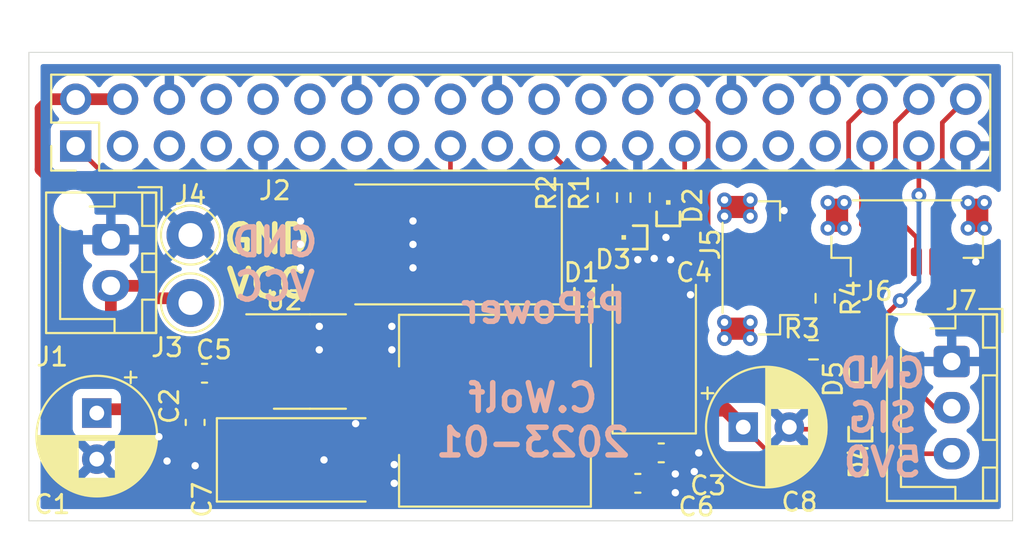
<source format=kicad_pcb>
(kicad_pcb (version 20211014) (generator pcbnew)
  (layers (0 "F.Cu" signal) (31 "B.Cu" signal) (34 "B.Paste" user) (35 "F.Paste" user) (36 "B.SilkS" user "B.Silkscreen") (37 "F.SilkS" user "F.Silkscreen") (38 "B.Mask" user) (39 "F.Mask" user) (44 "Edge.Cuts" user))
  (net 0 "")
  (net 1 "GND")
  (net 2 "VCC")
  (net 3 "+5V")
  (net 4 "Net-(C5-Pad2)")
  (net 5 "Net-(D1-Pad1)")
  (net 10 "Net-(J2-Pad28)")
  (net 11 "Net-(J2-Pad27)")
  (net 14 "Net-(J2-Pad23)")
  (net 16 "Net-(J2-Pad21)")
  (net 19 "+3V3")
  (net 31 "Net-(D4-Pad2)")
  (net 32 "Net-(J2-Pad40)")
  (net 33 "Net-(J2-Pad38)")
  (net 34 "Net-(J2-Pad37)")
  (net 35 "Net-(J2-Pad36)")
  (net 36 "Net-(J2-Pad35)")
  (net 37 "Net-(D2-Pad2)")
  (net 38 "Net-(D3-Pad2)")
  (net 39 "Net-(D5-Pad2)")
  (footprint "Capacitor_THT:CP_Radial_D6.3mm_P2.50mm" (layer "F.Cu") (at 3.683 -5.842 -90)
    (fp_text reference "C1" (at 4.953 2.413 180) (layer "F.SilkS"))
    (fp_text value "47uF")
    (pad "1" thru_hole rect locked (at 0 0 270) (size 1.6 1.6) (drill 0.8) (layers *.Cu *.Mask) (net 2 "VCC"))
    (pad "2" thru_hole circle locked (at 2.5 0 270) (size 1.6 1.6) (drill 0.8) (layers *.Cu *.Mask) (net 1 "GND"))
  )
  (footprint "Capacitor_SMD:C_0603_1608Metric" (layer "F.Cu") (at 34.29 -3.683)
    (fp_text reference "C3" (at 2.54 1.778) (layer "F.SilkS"))
    (fp_text value "1 uF")
    (pad "1" smd roundrect locked (at -0.775 0) (size 0.9 0.95) (layers "F.Cu" "F.Paste" "F.Mask") (net 3 "+5V"))
    (pad "2" smd roundrect locked (at 0.775 0) (size 0.9 0.95) (layers "F.Cu" "F.Paste" "F.Mask") (net 1 "GND"))
  )
  (footprint "Capacitor_SMD:C_0603_1608Metric" (layer "F.Cu") (at 9.525 -8.001)
    (fp_text reference "C5" (at 0.508 -1.27) (layer "F.SilkS"))
    (fp_text value "1 uF")
    (pad "1" smd roundrect locked (at -0.775 0) (size 0.9 0.95) (layers "F.Cu" "F.Paste" "F.Mask") (net 2 "VCC"))
    (pad "2" smd roundrect locked (at 0.775 0) (size 0.9 0.95) (layers "F.Cu" "F.Paste" "F.Mask") (net 4 "Net-(C5-Pad2)"))
  )
  (footprint "Capacitor_SMD:C_0603_1608Metric" (layer "F.Cu") (at 33.02 -2.032)
    (fp_text reference "C6" (at 3.175 1.27) (layer "F.SilkS"))
    (fp_text value "1 uF")
    (pad "1" smd roundrect locked (at -0.775 0) (size 0.9 0.95) (layers "F.Cu" "F.Paste" "F.Mask") (net 3 "+5V"))
    (pad "2" smd roundrect locked (at 0.775 0) (size 0.9 0.95) (layers "F.Cu" "F.Paste" "F.Mask") (net 1 "GND"))
  )
  (footprint "Connector_JST:JST_XH_B2B-XH-AM_1x02_P2.50mm_Vertical" (layer "F.Cu") (at 4.445 -15.24 -90)
    (fp_text reference "J1" (at 6.35 3.175 180) (layer "F.SilkS"))
    (fp_text value "Conn_01x02")
    (pad "" np_thru_hole circle locked (at -1.6 2 270) (size 1.2 1.2) (drill 1.2) (layers *.Cu *.Mask))
    (pad "1" thru_hole roundrect locked (at 0 0 270) (size 1.7 2) (drill 1) (layers *.Cu *.Mask) (roundrect_rratio 0.1470588235) (net 1 "GND"))
    (pad "2" thru_hole oval locked (at 2.5 0 270) (size 1.7 2) (drill 1) (layers *.Cu *.Mask) (net 2 "VCC"))
  )
  (footprint "Connector_PinHeader_2.54mm:PinHeader_2x20_P2.54mm_Vertical" (layer "F.Cu") (at 2.54 -20.32 90)
    (fp_text reference "J2" (at -2.413 10.795 180) (layer "F.SilkS"))
    (fp_text value "Raspberry_Pi_2_3")
    (pad "1" thru_hole rect locked (at 0 0 90) (size 1.7 1.7) (drill 1) (layers *.Cu *.Mask) (net 19 "+3V3"))
    (pad "2" thru_hole oval locked (at 2.54 0 90) (size 1.7 1.7) (drill 1) (layers *.Cu *.Mask) (net 3 "+5V"))
    (pad "3" thru_hole oval locked (at 0 2.54 90) (size 1.7 1.7) (drill 1) (layers *.Cu *.Mask))
    (pad "4" thru_hole oval locked (at 2.54 2.54 90) (size 1.7 1.7) (drill 1) (layers *.Cu *.Mask) (net 3 "+5V"))
    (pad "5" thru_hole oval locked (at 0 5.08 90) (size 1.7 1.7) (drill 1) (layers *.Cu *.Mask))
    (pad "6" thru_hole oval locked (at 2.54 5.08 90) (size 1.7 1.7) (drill 1) (layers *.Cu *.Mask) (net 1 "GND"))
    (pad "7" thru_hole oval locked (at 0 7.62 90) (size 1.7 1.7) (drill 1) (layers *.Cu *.Mask))
    (pad "8" thru_hole oval locked (at 2.54 7.62 90) (size 1.7 1.7) (drill 1) (layers *.Cu *.Mask))
    (pad "9" thru_hole oval locked (at 0 10.16 90) (size 1.7 1.7) (drill 1) (layers *.Cu *.Mask) (net 1 "GND"))
    (pad "10" thru_hole oval locked (at 2.54 10.16 90) (size 1.7 1.7) (drill 1) (layers *.Cu *.Mask))
    (pad "11" thru_hole oval locked (at 0 12.7 90) (size 1.7 1.7) (drill 1) (layers *.Cu *.Mask))
    (pad "12" thru_hole oval locked (at 2.54 12.7 90) (size 1.7 1.7) (drill 1) (layers *.Cu *.Mask))
    (pad "13" thru_hole oval locked (at 0 15.24 90) (size 1.7 1.7) (drill 1) (layers *.Cu *.Mask))
    (pad "14" thru_hole oval locked (at 2.54 15.24 90) (size 1.7 1.7) (drill 1) (layers *.Cu *.Mask) (net 1 "GND"))
    (pad "15" thru_hole oval locked (at 0 17.78 90) (size 1.7 1.7) (drill 1) (layers *.Cu *.Mask))
    (pad "16" thru_hole oval locked (at 2.54 17.78 90) (size 1.7 1.7) (drill 1) (layers *.Cu *.Mask))
    (pad "17" thru_hole oval locked (at 0 20.32 90) (size 1.7 1.7) (drill 1) (layers *.Cu *.Mask) (net 19 "+3V3"))
    (pad "18" thru_hole oval locked (at 2.54 20.32 90) (size 1.7 1.7) (drill 1) (layers *.Cu *.Mask))
    (pad "19" thru_hole oval locked (at 0 22.86 90) (size 1.7 1.7) (drill 1) (layers *.Cu *.Mask))
    (pad "20" thru_hole oval locked (at 2.54 22.86 90) (size 1.7 1.7) (drill 1) (layers *.Cu *.Mask) (net 1 "GND"))
    (pad "21" thru_hole oval locked (at 0 25.4 90) (size 1.7 1.7) (drill 1) (layers *.Cu *.Mask) (net 16 "Net-(J2-Pad21)"))
    (pad "22" thru_hole oval locked (at 2.54 25.4 90) (size 1.7 1.7) (drill 1) (layers *.Cu *.Mask))
    (pad "23" thru_hole oval locked (at 0 27.94 90) (size 1.7 1.7) (drill 1) (layers *.Cu *.Mask) (net 14 "Net-(J2-Pad23)"))
    (pad "24" thru_hole oval locked (at 2.54 27.94 90) (size 1.7 1.7) (drill 1) (layers *.Cu *.Mask))
    (pad "25" thru_hole oval locked (at 0 30.48 90) (size 1.7 1.7) (drill 1) (layers *.Cu *.Mask) (net 1 "GND"))
    (pad "26" thru_hole oval locked (at 2.54 30.48 90) (size 1.7 1.7) (drill 1) (layers *.Cu *.Mask))
    (pad "27" thru_hole oval locked (at 0 33.02 90) (size 1.7 1.7) (drill 1) (layers *.Cu *.Mask) (net 11 "Net-(J2-Pad27)"))
    (pad "28" thru_hole oval locked (at 2.54 33.02 90) (size 1.7 1.7) (drill 1) (layers *.Cu *.Mask) (net 10 "Net-(J2-Pad28)"))
    (pad "29" thru_hole oval locked (at 0 35.56 90) (size 1.7 1.7) (drill 1) (layers *.Cu *.Mask))
    (pad "30" thru_hole oval locked (at 2.54 35.56 90) (size 1.7 1.7) (drill 1) (layers *.Cu *.Mask) (net 1 "GND"))
    (pad "31" thru_hole oval locked (at 0 38.1 90) (size 1.7 1.7) (drill 1) (layers *.Cu *.Mask))
    (pad "32" thru_hole oval locked (at 2.54 38.1 90) (size 1.7 1.7) (drill 1) (layers *.Cu *.Mask))
    (pad "33" thru_hole oval locked (at 0 40.64 90) (size 1.7 1.7) (drill 1) (layers *.Cu *.Mask))
    (pad "34" thru_hole oval locked (at 2.54 40.64 90) (size 1.7 1.7) (drill 1) (layers *.Cu *.Mask) (net 1 "GND"))
    (pad "35" thru_hole oval locked (at 0 43.18 90) (size 1.7 1.7) (drill 1) (layers *.Cu *.Mask) (net 36 "Net-(J2-Pad35)"))
    (pad "36" thru_hole oval locked (at 2.54 43.18 90) (size 1.7 1.7) (drill 1) (layers *.Cu *.Mask) (net 35 "Net-(J2-Pad36)"))
    (pad "37" thru_hole oval locked (at 0 45.72 90) (size 1.7 1.7) (drill 1) (layers *.Cu *.Mask) (net 34 "Net-(J2-Pad37)"))
    (pad "38" thru_hole oval locked (at 2.54 45.72 90) (size 1.7 1.7) (drill 1) (layers *.Cu *.Mask) (net 33 "Net-(J2-Pad38)"))
    (pad "39" thru_hole oval locked (at 0 48.26 90) (size 1.7 1.7) (drill 1) (layers *.Cu *.Mask) (net 1 "GND"))
    (pad "40" thru_hole oval locked (at 2.54 48.26 90) (size 1.7 1.7) (drill 1) (layers *.Cu *.Mask) (net 32 "Net-(J2-Pad40)"))
  )
  (footprint "Package_SO:SOIC-8_3.9x4.9mm_P1.27mm" (layer "F.Cu") (at 15.24 -8.636)
    (fp_text reference "U2" (at -1.397 -3.302) (layer "F.SilkS"))
    (fp_text value "XL2012")
    (pad "1" smd roundrect locked (at -2.475 -1.905) (size 1.95 0.6) (layers "F.Cu" "F.Paste" "F.Mask") (net 3 "+5V"))
    (pad "2" smd roundrect locked (at -2.475 -0.635) (size 1.95 0.6) (layers "F.Cu" "F.Paste" "F.Mask"))
    (pad "3" smd roundrect locked (at -2.475 0.635) (size 1.95 0.6) (layers "F.Cu" "F.Paste" "F.Mask") (net 4 "Net-(C5-Pad2)"))
    (pad "4" smd roundrect locked (at -2.475 1.905) (size 1.95 0.6) (layers "F.Cu" "F.Paste" "F.Mask") (net 2 "VCC"))
    (pad "5" smd roundrect locked (at 2.475 1.905) (size 1.95 0.6) (layers "F.Cu" "F.Paste" "F.Mask") (net 5 "Net-(D1-Pad1)"))
    (pad "6" smd roundrect locked (at 2.475 0.635) (size 1.95 0.6) (layers "F.Cu" "F.Paste" "F.Mask") (net 5 "Net-(D1-Pad1)"))
    (pad "7" smd roundrect locked (at 2.475 -0.635) (size 1.95 0.6) (layers "F.Cu" "F.Paste" "F.Mask") (net 1 "GND"))
    (pad "8" smd roundrect locked (at 2.475 -1.905) (size 1.95 0.6) (layers "F.Cu" "F.Paste" "F.Mask") (net 1 "GND"))
  )
  (footprint "Capacitor_SMD:C_0603_1608Metric" (layer "F.Cu") (at 9.017 -5.334 -90)
    (fp_text reference "C2" (at -0.889 1.397 90) (layer "F.SilkS"))
    (fp_text value "1 uF")
    (pad "1" smd roundrect locked (at -0.775 0 270) (size 0.9 0.95) (layers "F.Cu" "F.Paste" "F.Mask") (net 2 "VCC"))
    (pad "2" smd roundrect locked (at 0.775 0 270) (size 0.9 0.95) (layers "F.Cu" "F.Paste" "F.Mask") (net 1 "GND"))
  )
  (footprint "Diode_SMD:D_SMC_Handsoldering" (layer "F.Cu") (at 22.098 -14.986 180)
    (fp_text reference "D1" (at -7.874 -1.524) (layer "F.SilkS"))
    (fp_text value "B540C")
    (pad "1" smd rect locked (at -4.4 0 270) (size 3.3 4.5) (layers "F.Cu" "F.Paste" "F.Mask") (net 5 "Net-(D1-Pad1)"))
    (pad "2" smd rect locked (at 4.4 0 270) (size 3.3 4.5) (layers "F.Cu" "F.Paste" "F.Mask") (net 1 "GND"))
  )
  (footprint "Inductor_SMD:L_Wuerth_HCI-1040" (layer "F.Cu") (at 25.273 -5.969)
    (fp_text reference "L1" (at 4.953 -6.096) (layer "F.SilkS"))
    (fp_text value "47uH/3A")
    (pad "1" smd rect locked (at -4 0) (size 3.5 4) (layers "F.Cu" "F.Paste" "F.Mask") (net 5 "Net-(D1-Pad1)"))
    (pad "2" smd rect locked (at 4 0) (size 3.5 4) (layers "F.Cu" "F.Paste" "F.Mask") (net 3 "+5V"))
  )
  (footprint "Capacitor_Tantalum_SMD:CP_EIA-7343-20_Kemet-V" (layer "F.Cu") (at 33.909 -9.144 90)
    (fp_text reference "C4" (at 4.318 2.159 180) (layer "F.SilkS"))
    (fp_text value "100uF")
    (pad "1" smd roundrect locked (at -3.1125 0 90) (size 2.075 2.55) (layers "F.Cu" "F.Paste" "F.Mask") (roundrect_rratio 0.1204819277) (net 3 "+5V"))
    (pad "2" smd roundrect locked (at 3.1125 0 90) (size 2.075 2.55) (layers "F.Cu" "F.Paste" "F.Mask") (roundrect_rratio 0.1204819277) (net 1 "GND"))
  )
  (footprint "Capacitor_Tantalum_SMD:CP_EIA-7343-20_Kemet-V" (layer "F.Cu") (at 14.605 -3.302)
    (fp_text reference "C7" (at -5.207 2.159 90) (layer "F.SilkS"))
    (fp_text value "47uF")
    (pad "1" smd roundrect locked (at -3.1125 0) (size 2.075 2.55) (layers "F.Cu" "F.Paste" "F.Mask") (roundrect_rratio 0.1204819277) (net 2 "VCC"))
    (pad "2" smd roundrect locked (at 3.1125 0) (size 2.075 2.55) (layers "F.Cu" "F.Paste" "F.Mask") (roundrect_rratio 0.1204819277) (net 1 "GND"))
  )
  (footprint "custom:CHIPLED_0603" (layer "F.Cu") (at 32.131 -15.367 -90)
    (fp_text reference "D3" (at 1.778 1.524 180) (layer "F.SilkS") (effects (justify left bottom)))
    (fp_text value "LED" hide)
    (pad "1" smd rect locked (at 0 -0.75 270) (size 0.8 0.8) (layers "F.Cu" "F.Paste" "F.Mask") (net 1 "GND"))
    (pad "2" smd rect locked (at 0 0.75 270) (size 0.8 0.8) (layers "F.Cu" "F.Paste" "F.Mask") (net 38 "Net-(D3-Pad2)"))
  )
  (footprint "Resistor_SMD:R_0603_1608Metric" (layer "F.Cu") (at 33.147 -17.526 -90)
    (fp_text reference "R1" (at -0.254 3.302 90) (layer "F.SilkS"))
    (fp_text value "R_Small")
    (pad "1" smd roundrect locked (at -0.825 0 270) (size 0.8 0.95) (layers "F.Cu" "F.Paste" "F.Mask") (net 14 "Net-(J2-Pad23)"))
    (pad "2" smd roundrect locked (at 0.825 0 270) (size 0.8 0.95) (layers "F.Cu" "F.Paste" "F.Mask") (net 37 "Net-(D2-Pad2)"))
  )
  (footprint "Resistor_SMD:R_0603_1608Metric" (layer "F.Cu") (at 31.369 -17.526 -90)
    (fp_text reference "R2" (at -0.254 3.302 90) (layer "F.SilkS"))
    (fp_text value "R_Small")
    (pad "1" smd roundrect locked (at -0.825 0 270) (size 0.8 0.95) (layers "F.Cu" "F.Paste" "F.Mask") (net 16 "Net-(J2-Pad21)"))
    (pad "2" smd roundrect locked (at 0.825 0 270) (size 0.8 0.95) (layers "F.Cu" "F.Paste" "F.Mask") (net 38 "Net-(D3-Pad2)"))
  )
  (footprint "custom:CHIPLED_0603" (layer "F.Cu") (at 34.671 -17.387 180)
    (fp_text reference "D2" (at -1.905 0.774 270) (layer "F.SilkS") (effects (justify right bottom)))
    (fp_text value "LED" hide)
    (pad "1" smd rect locked (at 0 -0.75 180) (size 0.8 0.8) (layers "F.Cu" "F.Paste" "F.Mask") (net 1 "GND"))
    (pad "2" smd rect locked (at 0 0.75 180) (size 0.8 0.8) (layers "F.Cu" "F.Paste" "F.Mask") (net 37 "Net-(D2-Pad2)"))
  )
  (footprint "Connector_JST:JST_SH_BM05B-SRSS-TB_1x05-1MP_P1.00mm_Vertical" (layer "F.Cu") (at 39.624 -13.716 90)
    (fp_text reference "J5" (at 1.27 -2.667 90) (layer "F.SilkS"))
    (fp_text value "Conn_01x05")
    (pad "1" smd roundrect (at -2 1.325 90) (size 0.6 1.55) (layers "F.Cu" "F.Paste" "F.Mask") (net 3 "+5V"))
    (pad "2" smd roundrect (at -1 1.325 90) (size 0.6 1.55) (layers "F.Cu" "F.Paste" "F.Mask") (net 19 "+3V3"))
    (pad "3" smd roundrect (at 0 1.325 90) (size 0.6 1.55) (layers "F.Cu" "F.Paste" "F.Mask") (net 11 "Net-(J2-Pad27)"))
    (pad "4" smd roundrect (at 1 1.325 90) (size 0.6 1.55) (layers "F.Cu" "F.Paste" "F.Mask") (net 10 "Net-(J2-Pad28)"))
    (pad "5" smd roundrect (at 2 1.325 90) (size 0.6 1.55) (layers "F.Cu" "F.Paste" "F.Mask") (net 1 "GND"))
    (pad "MP" smd roundrect (at -3.3 -1.2 90) (size 1.2 1.8) (layers "F.Cu" "F.Paste" "F.Mask") (roundrect_rratio 0.2083333333))
    (pad "MP" smd roundrect (at 3.3 -1.2 90) (size 1.2 1.8) (layers "F.Cu" "F.Paste" "F.Mask") (roundrect_rratio 0.2083333333))
  )
  (footprint "Connector_JST:JST_SH_BM06B-SRSS-TB_1x06-1MP_P1.00mm_Vertical" (layer "F.Cu") (at 47.625 -15.367)
    (fp_text reference "J6" (at -1.651 2.921) (layer "F.SilkS"))
    (fp_text value "Conn_01x06")
    (pad "1" smd roundrect locked (at -2.5 1.325) (size 0.6 1.55) (layers "F.Cu" "F.Paste" "F.Mask") (net 3 "+5V"))
    (pad "2" smd roundrect locked (at -1.5 1.325) (size 0.6 1.55) (layers "F.Cu" "F.Paste" "F.Mask") (net 35 "Net-(J2-Pad36)"))
    (pad "3" smd roundrect locked (at -0.5 1.325) (size 0.6 1.55) (layers "F.Cu" "F.Paste" "F.Mask") (net 36 "Net-(J2-Pad35)"))
    (pad "4" smd roundrect locked (at 0.5 1.325) (size 0.6 1.55) (layers "F.Cu" "F.Paste" "F.Mask") (net 33 "Net-(J2-Pad38)"))
    (pad "5" smd roundrect locked (at 1.5 1.325) (size 0.6 1.55) (layers "F.Cu" "F.Paste" "F.Mask") (net 32 "Net-(J2-Pad40)"))
    (pad "6" smd roundrect locked (at 2.5 1.325) (size 0.6 1.55) (layers "F.Cu" "F.Paste" "F.Mask") (net 1 "GND"))
    (pad "MP" smd roundrect locked (at 3.8 -1.2) (size 1.2 1.8) (layers "F.Cu" "F.Paste" "F.Mask") (roundrect_rratio 0.2083333333))
    (pad "MP" smd roundrect locked (at -3.8 -1.2) (size 1.2 1.8) (layers "F.Cu" "F.Paste" "F.Mask") (roundrect_rratio 0.2083333333))
  )
  (footprint "Connector_JST:JST_XH_B3B-XH-AM_1x03_P2.50mm_Vertical" (layer "F.Cu") (at 50.038 -8.636 -90)
    (fp_text reference "J7" (at -3.302 -0.508 180) (layer "F.SilkS"))
    (fp_text value "Conn_01x03")
    (pad "" np_thru_hole circle locked (at -1.6 2 270) (size 1.2 1.2) (drill 1.2) (layers *.Cu *.Mask))
    (pad "1" thru_hole roundrect locked (at 0 0 270) (size 1.7 1.95) (drill 0.95) (layers *.Cu *.Mask) (roundrect_rratio 0.1470588235) (net 1 "GND"))
    (pad "2" thru_hole oval locked (at 2.5 0 270) (size 1.7 1.95) (drill 0.95) (layers *.Cu *.Mask) (net 34 "Net-(J2-Pad37)"))
    (pad "3" thru_hole oval locked (at 5 0 270) (size 1.7 1.95) (drill 0.95) (layers *.Cu *.Mask) (net 3 "+5V"))
  )
  (footprint "Capacitor_THT:CP_Radial_D6.3mm_P2.50mm" (layer "F.Cu") (at 38.735 -5.08)
    (fp_text reference "C8" (at 3.048 4.064) (layer "F.SilkS"))
    (fp_text value "47uF")
    (pad "1" thru_hole rect locked (at 0 0) (size 1.6 1.6) (drill 0.8) (layers *.Cu *.Mask) (net 3 "+5V"))
    (pad "2" thru_hole circle locked (at 2.5 0) (size 1.6 1.6) (drill 0.8) (layers *.Cu *.Mask) (net 1 "GND"))
  )
  (footprint "Connector_Pin:Pin_D1.3mm_L11.0mm" (layer "F.Cu") (at 8.763 -15.494)
    (fp_text reference "J4" (at 0 -2.159) (layer "F.SilkS"))
    (fp_text value "Conn_01x01")
    (pad "1" thru_hole circle locked (at 0 0) (size 2.6 2.6) (drill 1.3) (layers *.Cu *.Mask) (net 1 "GND"))
  )
  (footprint "Connector_Pin:Pin_D1.3mm_L11.0mm" (layer "F.Cu") (at 8.763 -11.811)
    (fp_text reference "J3" (at -1.27 2.413) (layer "F.SilkS"))
    (fp_text value "Conn_01x01")
    (pad "1" thru_hole circle locked (at 0 0) (size 2.6 2.6) (drill 1.3) (layers *.Cu *.Mask) (net 2 "VCC"))
  )
  (footprint "custom:CHIPLED_0603" (layer "F.Cu") (at 45.085 -8.89 180)
    (fp_text reference "D5" (at 0.889 -2.286 90) (layer "F.SilkS") (effects (justify left bottom)))
    (fp_text value "LED" hide)
    (pad "1" smd rect locked (at 0 -0.75 180) (size 0.8 0.8) (layers "F.Cu" "F.Paste" "F.Mask") (net 1 "GND"))
    (pad "2" smd rect locked (at 0 0.75 180) (size 0.8 0.8) (layers "F.Cu" "F.Paste" "F.Mask") (net 39 "Net-(D5-Pad2)"))
  )
  (footprint "custom:CHIPLED_0603" (layer "F.Cu") (at 45.085 -5.715 180)
    (fp_text reference "D4" (at -0.508 -3.556 90) (layer "F.SilkS") (effects (justify left bottom)))
    (fp_text value "LED" hide)
    (pad "1" smd rect locked (at 0 -0.75 180) (size 0.8 0.8) (layers "F.Cu" "F.Paste" "F.Mask") (net 1 "GND"))
    (pad "2" smd rect locked (at 0 0.75 180) (size 0.8 0.8) (layers "F.Cu" "F.Paste" "F.Mask") (net 31 "Net-(D4-Pad2)"))
  )
  (footprint "Resistor_SMD:R_0603_1608Metric" (layer "F.Cu") (at 43.18 -12.065 -90)
    (fp_text reference "R4" (at 0 -1.397 90) (layer "F.SilkS"))
    (fp_text value "R_Small")
    (pad "1" smd roundrect (at -0.825 0 270) (size 0.8 0.95) (layers "F.Cu" "F.Paste" "F.Mask") (net 19 "+3V3"))
    (pad "2" smd roundrect (at 0.825 0 270) (size 0.8 0.95) (layers "F.Cu" "F.Paste" "F.Mask") (net 39 "Net-(D5-Pad2)"))
  )
  (footprint "Resistor_SMD:R_0603_1608Metric" (layer "F.Cu") (at 42.545 -9.271)
    (fp_text reference "R3" (at -0.635 -1.143) (layer "F.SilkS"))
    (fp_text value "R_Small")
    (pad "1" smd roundrect (at -0.825 0) (size 0.8 0.95) (layers "F.Cu" "F.Paste" "F.Mask") (net 3 "+5V"))
    (pad "2" smd roundrect (at 0.825 0) (size 0.8 0.95) (layers "F.Cu" "F.Paste" "F.Mask") (net 31 "Net-(D4-Pad2)"))
  )
  (gr_line (start 53.34 -25.4) (end 0 -25.4) (layer "Edge.Cuts") (width 0.05))
  (gr_line (start 53.34 0) (end 53.34 -25.4) (layer "Edge.Cuts") (width 0.05))
  (gr_line (start 0 -25.4) (end 0 0) (layer "Edge.Cuts") (width 0.05))
  (gr_line (start 0 0) (end 53.34 0) (layer "Edge.Cuts") (width 0.05))
  (gr_text "GND\nVCC" (at 13.335 -13.9065) (layer "B.SilkS") (effects (font (size 1.5 1.5) (thickness 0.3)) (justify mirror)))
  (gr_text "GND\nSIG\n5V0" (at 46.2915 -5.588) (layer "B.SilkS") (effects (font (size 1.5 1.5) (thickness 0.3)) (justify mirror)))
  (gr_text "PiPower \n\nC.Wolf\n2023-01" (at 27.3304 -7.874) (layer "B.SilkS") (effects (font (size 1.5 1.5) (thickness 0.3)) (justify mirror)))
  (gr_text "GND\nVCC" (at 12.9032 -14.0716) (layer "F.SilkS") (effects (font (size 1.5 1.5) (thickness 0.3))))
  (via (at 37.719 -17.399) (size 0.8) (drill 0.4) (layers "F.Cu" "B.Cu") (net 0))
  (via (at 39.116 -10.766) (size 0.8) (drill 0.4) (layers "F.Cu" "B.Cu") (net 0))
  (via (at 39.116 -9.877) (size 0.8) (drill 0.4) (layers "F.Cu" "B.Cu") (net 0))
  (via (at 37.719 -9.877) (size 0.8) (drill 0.4) (layers "F.Cu" "B.Cu") (net 0))
  (via (at 37.719 -10.766) (size 0.8) (drill 0.4) (layers "F.Cu" "B.Cu") (net 0))
  (via (at 51.812 -17.259) (size 0.8) (drill 0.4) (layers "F.Cu" "B.Cu") (net 0))
  (via (at 39.116 -16.51) (size 0.8) (drill 0.4) (layers "F.Cu" "B.Cu") (net 0))
  (via (at 37.719 -16.51) (size 0.8) (drill 0.4) (layers "F.Cu" "B.Cu") (net 0))
  (via (at 44.212 -17.259) (size 0.8) (drill 0.4) (layers "F.Cu" "B.Cu") (net 0))
  (via (at 43.323 -17.259) (size 0.8) (drill 0.4) (layers "F.Cu" "B.Cu") (net 0))
  (via (at 39.116 -17.399) (size 0.8) (drill 0.4) (layers "F.Cu" "B.Cu") (net 0))
  (via (at 44.212 -15.862) (size 0.8) (drill 0.4) (layers "F.Cu" "B.Cu") (net 0))
  (via (at 43.323 -15.862) (size 0.8) (drill 0.4) (layers "F.Cu" "B.Cu") (net 0))
  (via (at 50.923 -17.259) (size 0.8) (drill 0.4) (layers "F.Cu" "B.Cu") (net 0))
  (via (at 50.923 -15.862) (size 0.8) (drill 0.4) (layers "F.Cu" "B.Cu") (net 0))
  (via (at 51.812 -15.862) (size 0.8) (drill 0.4) (layers "F.Cu" "B.Cu") (net 0))
  (segment (start 7.0495 -4.559) (end 9.017 -4.559) (width 0.381) (layer "F.Cu") (net 1))
  (segment (start 8.7875 -4.559) (end 7.468488 -3.239988) (width 0.381) (layer "F.Cu") (net 1))
  (segment (start 9.017 -4.559) (end 9.017 -2.986) (width 0.381) (layer "F.Cu") (net 1))
  (segment (start 35.078 -3.67) (end 36.081 -2.667) (width 0.381) (layer "F.Cu") (net 1))
  (segment (start 35.8765 -12.2565) (end 33.909 -12.2565) (width 0.381) (layer "F.Cu") (net 1))
  (segment (start 15.7475 -9.271) (end 17.715 -9.271) (width 0.381) (layer "F.Cu") (net 1))
  (segment (start 50.125 -14.042) (end 51.347 -14.042) (width 0.254) (layer "F.Cu") (net 1))
  (segment (start 45.9225 -4.965) (end 45.085 -4.965) (width 0.25) (layer "F.Cu") (net 1))
  (segment (start 34.798 -14.1595) (end 34.798 -12.192) (width 0.381) (layer "F.Cu") (net 1))
  (segment (start 19.6825 -9.271) (end 17.715 -9.271) (width 0.381) (layer "F.Cu") (net 1))
  (segment (start 18.542 -13.716) (end 20.828 -13.716) (width 0.381) (layer "F.Cu") (net 1))
  (segment (start 17.9715 -3.048) (end 19.812 -3.048) (width 0.381) (layer "F.Cu") (net 1))
  (segment (start 34.544 -15.367) (end 32.881 -15.367) (width 0.381) (layer "F.Cu") (net 1))
  (segment (start 40.949 -15.597) (end 40.949 -16.819) (width 0.254) (layer "F.Cu") (net 1))
  (segment (start 33.909 -14.224) (end 33.909 -12.2565) (width 0.381) (layer "F.Cu") (net 1))
  (segment (start 35.052 -2.540001) (end 34.303001 -2.540001) (width 0.25) (layer "F.Cu") (net 1))
  (segment (start 34.303001 -2.540001) (end 33.795 -2.032) (width 0.25) (layer "F.Cu") (net 1))
  (segment (start 17.7175 -3.302) (end 17.9715 -3.048) (width 0.381) (layer "F.Cu") (net 1))
  (segment (start 45.835 -8.14) (end 46.355 -7.62) (width 0.25) (layer "F.Cu") (net 1))
  (segment (start 34.303002 -1.523998) (end 33.795 -2.032) (width 0.25) (layer "F.Cu") (net 1))
  (segment (start 15.7475 -10.541) (end 17.715 -10.541) (width 0.381) (layer "F.Cu") (net 1))
  (segment (start 17.7175 -3.302) (end 18.9875 -2.032) (width 0.381) (layer "F.Cu") (net 1))
  (segment (start 34.671 -16.637) (end 34.671 -15.494) (width 0.25) (layer "F.Cu") (net 1))
  (segment (start 33.795 -2.032) (end 33.795 -2.019) (width 0.508) (layer "F.Cu") (net 1))
  (segment (start 34.671 -15.494) (end 34.544 -15.367) (width 0.25) (layer "F.Cu") (net 1))
  (segment (start 35.052 -1.523998) (end 34.303002 -1.523998) (width 0.25) (layer "F.Cu") (net 1))
  (segment (start 45.085 -8.14) (end 45.835 -8.14) (width 0.25) (layer "F.Cu") (net 1))
  (segment (start 17.018 -16.256) (end 14.732 -16.256) (width 0.381) (layer "F.Cu") (net 1))
  (segment (start 19.6825 -10.541) (end 17.715 -10.541) (width 0.381) (layer "F.Cu") (net 1))
  (segment (start 18.542 -16.256) (end 20.828 -16.256) (width 0.381) (layer "F.Cu") (net 1))
  (segment (start 17.7175 -5.2695) (end 17.7175 -3.302) (width 0.381) (layer "F.Cu") (net 1))
  (segment (start 45.085 -4.965) (end 41.35 -4.965) (width 0.25) (layer "F.Cu") (net 1))
  (segment (start 18.9875 -2.032) (end 19.812 -2.032) (width 0.381) (layer "F.Cu") (net 1))
  (segment (start 41.35 -4.965) (end 41.235 -5.08) (width 0.25) (layer "F.Cu") (net 1))
  (segment (start 18.542 -14.986) (end 20.909998 -14.986) (width 0.381) (layer "F.Cu") (net 1))
  (segment (start 17.7175 -3.302) (end 16.002002 -3.302) (width 0.381) (layer "F.Cu") (net 1))
  (segment (start 17.018 -13.716) (end 14.732 -13.716) (width 0.381) (layer "F.Cu") (net 1))
  (segment (start 46.355 -7.62) (end 46.355 -5.3975) (width 0.25) (layer "F.Cu") (net 1))
  (segment (start 17.018 -14.986) (end 14.650002 -14.986) (width 0.381) (layer "F.Cu") (net 1))
  (segment (start 46.355 -5.3975) (end 45.9225 -4.965) (width 0.25) (layer "F.Cu") (net 1))
  (segment (start 35.078 -3.683) (end 36.322 -3.683) (width 0.381) (layer "F.Cu") (net 1))
  (segment (start 33.02 -14.1595) (end 33.02 -12.192) (width 0.381) (layer "F.Cu") (net 1))
  (via (at 7.493 -3.239988) (size 0.8) (drill 0.4) (layers "F.Cu" "B.Cu") (net 1))
  (via (at 7.0495 -4.559) (size 0.8) (drill 0.4) (layers "F.Cu" "B.Cu") (net 1))
  (via (at 9.017 -2.986) (size 0.8) (drill 0.4) (layers "F.Cu" "B.Cu") (net 1))
  (via (at 36.081 -2.667) (size 0.8) (drill 0.4) (layers "F.Cu" "B.Cu") (net 1))
  (via (at 35.8765 -12.2565) (size 0.8) (drill 0.4) (layers "F.Cu" "B.Cu") (net 1))
  (via (at 15.7475 -9.271) (size 0.8) (drill 0.4) (layers "F.Cu" "B.Cu") (net 1))
  (via (at 51.347 -14.042) (size 0.8) (drill 0.4) (layers "F.Cu" "B.Cu") (net 1))
  (via (at 33.909 -14.224) (size 0.8) (drill 0.4) (layers "F.Cu" "B.Cu") (net 1))
  (via (at 33.02 -14.1595) (size 0.8) (drill 0.4) (layers "F.Cu" "B.Cu") (net 1))
  (via (at 17.7175 -5.2695) (size 0.8) (drill 0.4) (layers "F.Cu" "B.Cu") (net 1))
  (via (at 20.828 -16.256) (size 0.8) (drill 0.4) (layers "F.Cu" "B.Cu") (net 1))
  (via (at 15.7475 -10.541) (size 0.8) (drill 0.4) (layers "F.Cu" "B.Cu") (net 1))
  (via (at 20.828 -14.986) (size 0.8) (drill 0.4) (layers "F.Cu" "B.Cu") (net 1))
  (via (at 14.732 -16.256) (size 0.8) (drill 0.4) (layers "F.Cu" "B.Cu") (net 1))
  (via (at 35.052 -1.523998) (size 0.8) (drill 0.4) (layers "F.Cu" "B.Cu") (net 1))
  (via (at 35.052 -2.540001) (size 0.8) (drill 0.4) (layers "F.Cu" "B.Cu") (net 1))
  (via (at 34.544 -15.367) (size 0.8) (drill 0.4) (layers "F.Cu" "B.Cu") (net 1))
  (via (at 14.732 -14.986) (size 0.8) (drill 0.4) (layers "F.Cu" "B.Cu") (net 1))
  (via (at 19.6825 -10.541) (size 0.8) (drill 0.4) (layers "F.Cu" "B.Cu") (net 1))
  (via (at 14.732 -13.716) (size 0.8) (drill 0.4) (layers "F.Cu" "B.Cu") (net 1))
  (via (at 20.828 -13.716) (size 0.8) (drill 0.4) (layers "F.Cu" "B.Cu") (net 1))
  (via (at 19.812 -3.048) (size 0.8) (drill 0.4) (layers "F.Cu" "B.Cu") (net 1))
  (via (at 40.949 -16.819) (size 0.8) (drill 0.4) (layers "F.Cu" "B.Cu") (net 1))
  (via (at 36.322 -3.683) (size 0.8) (drill 0.4) (layers "F.Cu" "B.Cu") (net 1))
  (via (at 16.002002 -3.302) (size 0.8) (drill 0.4) (layers "F.Cu" "B.Cu") (net 1))
  (via (at 19.6825 -9.271) (size 0.8) (drill 0.4) (layers "F.Cu" "B.Cu") (net 1))
  (via (at 19.812 -2.032) (size 0.8) (drill 0.4) (layers "F.Cu" "B.Cu") (net 1))
  (via (at 34.798 -14.1595) (size 0.8) (drill 0.4) (layers "F.Cu" "B.Cu") (net 1))
  (segment (start 10.619 -6.047) (end 8.636 -6.047) (width 0.635) (layer "F.Cu") (net 2))
  (segment (start 6.056 -12.74) (end 6.731 -12.065) (width 0.635) (layer "F.Cu") (net 2))
  (segment (start 12.765 -4.5745) (end 11.4925 -3.302) (width 0.635) (layer "F.Cu") (net 2))
  (segment (start 3.888 -6.047) (end 3.683 -5.842) (width 0.635) (layer "F.Cu") (net 2))
  (segment (start 4.445 -12.74) (end 6.056 -12.74) (width 0.635) (layer "F.Cu") (net 2))
  (segment (start 8.75 -8.001) (end 8.75 -6.161) (width 0.635) (layer "F.Cu") (net 2))
  (segment (start 4.445 -10.238) (end 4.445 -12.74) (width 0.635) (layer "F.Cu") (net 2))
  (segment (start 11.303 -6.731) (end 10.619 -6.047) (width 0.635) (layer "F.Cu") (net 2))
  (segment (start 8.75 -6.161) (end 8.636 -6.047) (width 0.635) (layer "F.Cu") (net 2))
  (segment (start 12.765 -6.731) (end 12.765 -4.5745) (width 0.635) (layer "F.Cu") (net 2))
  (segment (start 12.765 -6.731) (end 11.303 -6.731) (width 0.635) (layer "F.Cu") (net 2))
  (segment (start 8.636 -6.047) (end 3.888 -6.047) (width 0.635) (layer "F.Cu") (net 2))
  (segment (start 8.636 -6.047) (end 4.445 -10.238) (width 0.635) (layer "F.Cu") (net 2))
  (segment (start 6.731 -12.065) (end 9.525 -12.065) (width 0.635) (layer "F.Cu") (net 2))
  (segment (start 1.27 -18.415) (end 3.302 -18.415) (width 0.635) (layer "F.Cu") (net 3))
  (segment (start 29.591 -11.811) (end 33.147 -8.255) (width 0.635) (layer "F.Cu") (net 3))
  (segment (start 40.949 -11.716) (end 40.949 -10.042) (width 0.25) (layer "F.Cu") (net 3))
  (segment (start 40.2595 -7.8105) (end 41.72 -9.271) (width 0.25) (layer "F.Cu") (net 3))
  (segment (start 33.515 -3.683) (end 33.515 -5.9175) (width 0.508) (layer "F.Cu") (net 3))
  (segment (start 28.702 -17.653) (end 29.591 -16.764) (width 0.635) (layer "F.Cu") (net 3))
  (segment (start 32.245 -2.032) (end 31.496 -2.032) (width 0.508) (layer "F.Cu") (net 3))
  (segment (start 45.125 -14.042) (end 45.125 -12.74) (width 0.254) (layer "F.Cu") (net 3))
  (segment (start 37.211 -1.651) (end 37.211 -4.445) (width 0.2032) (layer "F.Cu") (net 3))
  (segment (start 31.5585 -6.0315) (end 29.3355 -6.0315) (width 0.762) (layer "F.Cu") (net 3))
  (segment (start 4.064 -17.653) (end 3.302 -18.415) (width 0.635) (layer "F.Cu") (net 3))
  (segment (start 34.2255 -6.0315) (end 36.0045 -7.8105) (width 0.254) (layer "F.Cu") (net 3))
  (segment (start 37.9095 -7.8105) (end 40.2595 -7.8105) (width 0.25) (layer "F.Cu") (net 3))
  (segment (start 0.635 -19.05) (end 0.635 -22.352) (width 0.635) (layer "F.Cu") (net 3))
  (segment (start 29.591 -16.764) (end 29.591 -11.811) (width 0.635) (layer "F.Cu") (net 3))
  (segment (start 42.196 -11.716) (end 40.949 -11.716) (width 0.254) (layer "F.Cu") (net 3))
  (segment (start 31.496 -2.032) (end 30.226 -3.302) (width 0.508) (layer "F.Cu") (net 3))
  (segment (start 45.125 -12.74) (end 45.125 -12.486) (width 0.254) (layer "F.Cu") (net 3))
  (segment (start 44.45 -12.065) (end 42.545 -12.065) (width 0.254) (layer "F.Cu") (net 3))
  (segment (start 45.125 -12.74) (end 44.45 -12.065) (width 0.254) (layer "F.Cu") (net 3))
  (segment (start 33.909 -6.0315) (end 34.2255 -6.0315) (width 0.2032) (layer "F.Cu") (net 3))
  (segment (start 33.147 -8.255) (end 33.147 -6.7935) (width 0.635) (layer "F.Cu") (net 3))
  (segment (start 34.6065 -5.334) (end 33.909 -6.0315) (width 0.2032) (layer "F.Cu") (net 3))
  (segment (start 30.226 -3.302) (end 30.226 -5.016) (width 0.508) (layer "F.Cu") (net 3))
  (segment (start 14.732 -9.549) (end 14.732 -2.54) (width 0.2032) (layer "F.Cu") (net 3))
  (segment (start 36.322 -5.334) (end 34.6065 -5.334) (width 0.2032) (layer "F.Cu") (net 3))
  (segment (start 38.7985 -7.8105) (end 37.9095 -7.8105) (width 0.25) (layer "F.Cu") (net 3))
  (segment (start 12.765 -10.541) (end 13.74 -10.541) (width 0.2032) (layer "F.Cu") (net 3))
  (segment (start 34.023 -5.9175) (end 33.909 -6.0315) (width 0.508) (layer "F.Cu") (net 3))
  (segment (start 40.949 -10.042) (end 41.72 -9.271) (width 0.25) (layer "F.Cu") (net 3))
  (segment (start 32.258 -2.019) (end 32.245 -2.032) (width 0.2032) (layer "F.Cu") (net 3))
  (segment (start 14.732 -2.54) (end 16.51 -0.762) (width 0.2032) (layer "F.Cu") (net 3))
  (segment (start 37.211 -4.445) (end 36.322 -5.334) (width 0.2032) (layer "F.Cu") (net 3))
  (segment (start 13.74 -10.541) (end 14.732 -9.549) (width 0.2032) (layer "F.Cu") (net 3))
  (segment (start 0.635 -22.352) (end 1.143 -22.86) (width 0.635) (layer "F.Cu") (net 3))
  (segment (start 29.3355 -6.0315) (end 29.273 -5.969) (width 0.762) (layer "F.Cu") (net 3))
  (segment (start 42.545 -12.065) (end 42.196 -11.716) (width 0.254) (layer "F.Cu") (net 3))
  (segment (start 35.6225 -6.0315) (end 36.5135 -6.0315) (width 0.762) (layer "F.Cu") (net 3))
  (segment (start 16.51 -0.762) (end 36.322 -0.762) (width 0.2032) (layer "F.Cu") (net 3))
  (segment (start 36.5135 -6.0315) (end 37.7835 -6.0315) (width 0.762) (layer "F.Cu") (net 3))
  (segment (start 43.133 -3.636) (end 40.179 -3.636) (width 0.25) (layer "F.Cu") (net 3))
  (segment (start 22.987 -17.653) (end 4.064 -17.653) (width 0.635) (layer "F.Cu") (net 3))
  (segment (start 34.3545 -6.477) (end 33.909 -6.0315) (width 0.254) (layer "F.Cu") (net 3))
  (segment (start 50.038 -3.636) (end 43.133 -3.636) (width 0.25) (layer "F.Cu") (net 3))
  (segment (start 33.147 -6.7935) (end 33.909 -6.0315) (width 0.635) (layer "F.Cu") (net 3))
  (segment (start 37.9095 -7.8105) (end 36.0045 -7.8105) (width 0.25) (layer "F.Cu") (net 3))
  (segment (start 31.5585 -6.0315) (end 35.6225 -6.0315) (width 0.762) (layer "F.Cu") (net 3))
  (segment (start 37.7835 -6.0315) (end 38.735 -5.08) (width 0.762) (layer "F.Cu") (net 3))
  (segment (start 33.909 -6.0315) (end 31.5585 -6.0315) (width 0.762) (layer "F.Cu") (net 3))
  (segment (start 1.27 -18.415) (end 0.635 -19.05) (width 0.635) (layer "F.Cu") (net 3))
  (segment (start 30.226 -5.016) (end 29.273 -5.969) (width 0.508) (layer "F.Cu") (net 3))
  (segment (start 1.143 -22.86) (end 5.08 -22.86) (width 0.635) (layer "F.Cu") (net 3))
  (segment (start 40.179 -3.636) (end 38.735 -5.08) (width 0.25) (layer "F.Cu") (net 3))
  (segment (start 36.322 -0.762) (end 37.211 -1.651) (width 0.2032) (layer "F.Cu") (net 3))
  (segment (start 22.987 -17.653) (end 28.702 -17.653) (width 0.635) (layer "F.Cu") (net 3))
  (segment (start 10.3 -8.001) (end 12.765 -8.001) (width 0.254) (layer "F.Cu") (net 4))
  (segment (start 26.498 -11.194) (end 21.273 -5.969) (width 1.27) (layer "F.Cu") (net 5))
  (segment (start 19.241 -8.001) (end 21.273 -5.969) (width 0.508) (layer "F.Cu") (net 5))
  (segment (start 26.498 -14.986) (end 26.498 -11.194) (width 1.27) (layer "F.Cu") (net 5))
  (segment (start 17.715 -8.001) (end 19.241 -8.001) (width 0.508) (layer "F.Cu") (net 5))
  (segment (start 20.511 -6.731) (end 21.273 -5.969) (width 0.508) (layer "F.Cu") (net 5))
  (segment (start 17.715 -6.731) (end 20.511 -6.731) (width 0.508) (layer "F.Cu") (net 5))
  (segment (start 38.108 -14.597) (end 36.83 -15.875) (width 0.254) (layer "F.Cu") (net 10))
  (segment (start 36.83 -21.59) (end 35.56 -22.86) (width 0.254) (layer "F.Cu") (net 10))
  (segment (start 36.83 -15.875) (end 36.83 -21.59) (width 0.254) (layer "F.Cu") (net 10))
  (segment (start 40.949 -14.597) (end 38.108 -14.597) (width 0.254) (layer "F.Cu") (net 10))
  (segment (start 35.56 -15.24) (end 37.203 -13.597) (width 0.254) (layer "F.Cu") (net 11))
  (segment (start 35.56 -20.32) (end 35.56 -15.24) (width 0.254) (layer "F.Cu") (net 11))
  (segment (start 37.203 -13.597) (end 40.949 -13.597) (width 0.254) (layer "F.Cu") (net 11))
  (segment (start 32.83 -18.351) (end 33.147 -18.351) (width 0.25) (layer "F.Cu") (net 14))
  (segment (start 31.877 -19.304) (end 32.83 -18.351) (width 0.25) (layer "F.Cu") (net 14))
  (segment (start 30.48 -20.32) (end 31.496 -19.304) (width 0.25) (layer "F.Cu") (net 14))
  (segment (start 31.496 -19.304) (end 31.877 -19.304) (width 0.25) (layer "F.Cu") (net 14))
  (segment (start 29.909 -18.351) (end 27.94 -20.32) (width 0.25) (layer "F.Cu") (net 16))
  (segment (start 31.369 -18.351) (end 29.909 -18.351) (width 0.25) (layer "F.Cu") (net 16))
  (segment (start 32.639 -10.16) (end 35.306 -10.16) (width 0.25) (layer "F.Cu") (net 19))
  (segment (start 2.54 -20.32) (end 4.318 -18.542) (width 0.25) (layer "F.Cu") (net 19))
  (segment (start 43.006 -12.716) (end 43.18 -12.89) (width 0.25) (layer "F.Cu") (net 19))
  (segment (start 30.353 -12.446) (end 32.639 -10.16) (width 0.25) (layer "F.Cu") (net 19))
  (segment (start 30.353 -17.018) (end 30.353 -12.446) (width 0.25) (layer "F.Cu") (net 19))
  (segment (start 35.306 -10.16) (end 37.862 -12.716) (width 0.25) (layer "F.Cu") (net 19))
  (segment (start 40.949 -12.716) (end 43.006 -12.716) (width 0.25) (layer "F.Cu") (net 19))
  (segment (start 26.162 -18.542) (end 28.829 -18.542) (width 0.25) (layer "F.Cu") (net 19))
  (segment (start 37.862 -12.716) (end 40.949 -12.716) (width 0.25) (layer "F.Cu") (net 19))
  (segment (start 28.829 -18.542) (end 30.353 -17.018) (width 0.25) (layer "F.Cu") (net 19))
  (segment (start 22.86 -20.32) (end 22.86 -18.542) (width 0.25) (layer "F.Cu") (net 19))
  (segment (start 4.318 -18.542) (end 26.162 -18.542) (width 0.25) (layer "F.Cu") (net 19))
  (segment (start 43.37 -8.18) (end 45.085 -6.465) (width 0.25) (layer "F.Cu") (net 31))
  (segment (start 43.37 -9.271) (end 43.37 -8.18) (width 0.25) (layer "F.Cu") (net 31))
  (segment (start 49.53 -21.59) (end 50.8 -22.86) (width 0.254) (layer "F.Cu") (net 32))
  (segment (start 49.125 -14.042) (end 49.125 -15.47) (width 0.254) (layer "F.Cu") (net 32))
  (segment (start 49.53 -15.875) (end 49.53 -21.59) (width 0.254) (layer "F.Cu") (net 32))
  (segment (start 49.125 -15.47) (end 49.53 -15.875) (width 0.254) (layer "F.Cu") (net 32))
  (segment (start 46.99 -21.59) (end 46.99 -16.51) (width 0.254) (layer "F.Cu") (net 33))
  (segment (start 48.125 -15.375) (end 48.125 -14.042) (width 0.254) (layer "F.Cu") (net 33))
  (segment (start 48.26 -22.86) (end 46.99 -21.59) (width 0.254) (layer "F.Cu") (net 33))
  (segment (start 46.99 -16.51) (end 48.125 -15.375) (width 0.254) (layer "F.Cu") (net 33))
  (segment (start 46.355 -11.049) (end 47.244 -11.938) (width 0.254) (layer "F.Cu") (net 34))
  (segment (start 50.038 -6.136) (end 49.109 -6.136) (width 0.254) (layer "F.Cu") (net 34))
  (segment (start 46.355 -8.89) (end 46.355 -11.049) (width 0.254) (layer "F.Cu") (net 34))
  (segment (start 48.26 -20.32) (end 48.26 -17.653) (width 0.254) (layer "F.Cu") (net 34))
  (segment (start 49.109 -6.136) (end 46.355 -8.89) (width 0.254) (layer "F.Cu") (net 34))
  (via (at 48.26 -17.653) (size 0.8) (drill 0.4) (layers "F.Cu" "B.Cu") (net 34))
  (via (at 47.244 -11.938) (size 0.8) (drill 0.4) (layers "F.Cu" "B.Cu") (net 34))
  (segment (start 48.26 -12.954) (end 47.244 -11.938) (width 0.254) (layer "B.Cu") (net 34))
  (segment (start 48.26 -17.653) (end 48.26 -12.954) (width 0.254) (layer "B.Cu") (net 34))
  (segment (start 44.45 -18.796) (end 45.1485 -18.0975) (width 0.254) (layer "F.Cu") (net 35))
  (segment (start 44.45 -21.59) (end 44.45 -18.796) (width 0.254) (layer "F.Cu") (net 35))
  (segment (start 45.72 -22.86) (end 44.45 -21.59) (width 0.254) (layer "F.Cu") (net 35))
  (segment (start 46.125 -14.042) (end 46.125 -15.089) (width 0.254) (layer "F.Cu") (net 35))
  (segment (start 46.125 -15.089) (end 45.1485 -16.0655) (width 0.254) (layer "F.Cu") (net 35))
  (segment (start 45.1485 -16.0655) (end 45.1485 -18.0975) (width 0.254) (layer "F.Cu") (net 35))
  (segment (start 45.72 -16.637) (end 47.125 -15.232) (width 0.254) (layer "F.Cu") (net 36))
  (segment (start 47.125 -15.232) (end 47.125 -14.042) (width 0.254) (layer "F.Cu") (net 36))
  (segment (start 45.72 -20.32) (end 45.72 -16.637) (width 0.254) (layer "F.Cu") (net 36))
  (segment (start 34.583 -18.137) (end 33.147 -16.701) (width 0.25) (layer "F.Cu") (net 37))
  (segment (start 34.671 -18.137) (end 34.583 -18.137) (width 0.25) (layer "F.Cu") (net 37))
  (segment (start 31.369 -15.379) (end 31.381 -15.367) (width 0.25) (layer "F.Cu") (net 38))
  (segment (start 31.369 -16.701) (end 31.369 -15.379) (width 0.25) (layer "F.Cu") (net 38))
  (segment (start 43.358 -11.24) (end 44.958 -9.64) (width 0.25) (layer "F.Cu") (net 39))
  (segment (start 43.18 -11.24) (end 43.358 -11.24) (width 0.25) (layer "F.Cu") (net 39))
  (zone (net 1) (net_name "GND") (layer "B.Cu") (connect_pads (clearance 0.508)) (min_thickness 0.254) (fill yes (thermal_gap 0.508) (thermal_bridge_width 0.508))
    (polygon (pts (xy 52.705 -0.635) (xy 0.635 -0.635) (xy 0.635 -24.765) (xy 52.705 -24.765)))
  )
)
</source>
